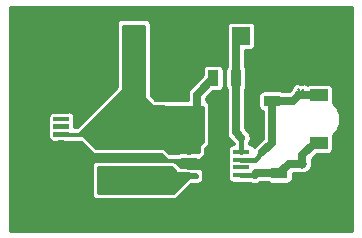
<source format=gbr>
G04 #@! TF.FileFunction,Copper,L2,Bot,Signal*
%FSLAX46Y46*%
G04 Gerber Fmt 4.6, Leading zero omitted, Abs format (unit mm)*
G04 Created by KiCad (PCBNEW 4.1.0-alpha+201607041450+6962~46~ubuntu16.04.1-product) date Tue Jul  5 21:19:18 2016*
%MOMM*%
%LPD*%
G01*
G04 APERTURE LIST*
%ADD10C,0.500000*%
%ADD11C,0.150000*%
%ADD12R,0.889000X1.397000*%
%ADD13R,1.397000X0.889000*%
%ADD14R,1.500000X1.050000*%
%ADD15R,1.524000X1.524000*%
%ADD16R,5.500000X2.300000*%
%ADD17C,1.450000*%
%ADD18C,1.900000*%
%ADD19R,1.450000X0.450000*%
%ADD20C,0.800000*%
%ADD21C,0.700000*%
%ADD22C,0.300000*%
%ADD23C,0.400000*%
%ADD24C,0.250000*%
G04 APERTURE END LIST*
D10*
D11*
X25163780Y12214880D02*
X24858980Y12534920D01*
X25148540Y12252980D02*
X25420320Y12527300D01*
X25420320Y12222500D02*
X24851360Y12217420D01*
D12*
X16319500Y10287000D03*
X18224500Y10287000D03*
D13*
X23304500Y5397500D03*
X23304500Y3492500D03*
D14*
X26670000Y8000000D03*
X26670000Y12000000D03*
D15*
X8445500Y14478000D03*
X8445500Y17018000D03*
X10985500Y14478000D03*
X10985500Y17018000D03*
X13525500Y14478000D03*
X13525500Y17018000D03*
X20066000Y17018000D03*
X17526000Y17018000D03*
D16*
X10668000Y8719500D03*
X10668000Y4869500D03*
D17*
X4859000Y7500000D03*
X4859000Y12500000D03*
D10*
G36*
X5534000Y9800000D02*
X4184000Y9800000D01*
X4184000Y10200000D01*
X5534000Y10200000D01*
X5534000Y9800000D01*
X5534000Y9800000D01*
G37*
G36*
X5534000Y9150000D02*
X4184000Y9150000D01*
X4184000Y9550000D01*
X5534000Y9550000D01*
X5534000Y9150000D01*
X5534000Y9150000D01*
G37*
G36*
X5534000Y8500000D02*
X4184000Y8500000D01*
X4184000Y8900000D01*
X5534000Y8900000D01*
X5534000Y8500000D01*
X5534000Y8500000D01*
G37*
G36*
X5534000Y10450000D02*
X4184000Y10450000D01*
X4184000Y10850000D01*
X5534000Y10850000D01*
X5534000Y10450000D01*
X5534000Y10450000D01*
G37*
G36*
X5534000Y11100000D02*
X4184000Y11100000D01*
X4184000Y11500000D01*
X5534000Y11500000D01*
X5534000Y11100000D01*
X5534000Y11100000D01*
G37*
G36*
X3109000Y8250000D02*
X1209000Y8250000D01*
X1209000Y9750000D01*
X3109000Y9750000D01*
X3109000Y8250000D01*
X3109000Y8250000D01*
G37*
G36*
X3109000Y10250000D02*
X1209000Y10250000D01*
X1209000Y11750000D01*
X3109000Y11750000D01*
X3109000Y10250000D01*
X3109000Y10250000D01*
G37*
D18*
X2159000Y13500000D03*
X2159000Y6500000D03*
D12*
X17716500Y13462000D03*
X19621500Y13462000D03*
D13*
X22669500Y11557000D03*
X22669500Y13462000D03*
D19*
X20107000Y7198000D03*
X20107000Y6548000D03*
X20107000Y5898000D03*
X20107000Y5248000D03*
X15707000Y5248000D03*
X15707000Y5898000D03*
X15707000Y6548000D03*
X15707000Y7198000D03*
D20*
X25273000Y6223000D03*
X24955500Y12001500D03*
D21*
X16319500Y10287000D02*
X16319500Y8888500D01*
X16319500Y8888500D02*
X15707000Y8276000D01*
X15707000Y8276000D02*
X15707000Y7323001D01*
X16319500Y10287000D02*
X16319500Y12065000D01*
X16319500Y12065000D02*
X17716500Y13462000D01*
D22*
X15707000Y5898000D02*
X15707000Y6548000D01*
D21*
X18224500Y10287000D02*
X18224500Y7775498D01*
X16472003Y6023001D02*
X15707000Y6023001D01*
X18224500Y7775498D02*
X16472003Y6023001D01*
X26351500Y8000000D02*
X25273000Y6921500D01*
X25273000Y6921500D02*
X25273000Y6223000D01*
X26670000Y8000000D02*
X26351500Y8000000D01*
X25273000Y6223000D02*
X24130000Y6223000D01*
X24130000Y6223000D02*
X23304500Y5397500D01*
X21232000Y5248000D02*
X21381500Y5397500D01*
X21381500Y5397500D02*
X23304500Y5397500D01*
D23*
X20107000Y5248000D02*
X21232000Y5248000D01*
X21232000Y5248000D02*
X21254500Y5270500D01*
D21*
X26670000Y12000000D02*
X24957000Y12000000D01*
X24957000Y12000000D02*
X24955500Y12001500D01*
X22669500Y11557000D02*
X24511000Y11557000D01*
X24511000Y11557000D02*
X24955500Y12001500D01*
X21844000Y7160000D02*
X22669500Y7985500D01*
X22669500Y7985500D02*
X22669500Y11557000D01*
D23*
X20107000Y6548000D02*
X21232000Y6548000D01*
X21232000Y6548000D02*
X21844000Y7160000D01*
D21*
X20107000Y8404500D02*
X19621500Y8890000D01*
X19621500Y8890000D02*
X19621500Y13462000D01*
D23*
X20107000Y7198000D02*
X20107000Y8404500D01*
D21*
X19621500Y13462000D02*
X19621500Y16573500D01*
X19621500Y16573500D02*
X20066000Y17018000D01*
D10*
X10668000Y4869500D02*
X13918000Y4869500D01*
X14271499Y5222999D02*
X14621999Y5222999D01*
X13918000Y4869500D02*
X14271499Y5222999D01*
X14621999Y5222999D02*
X15707000Y5222999D01*
D24*
G36*
X11876500Y11811000D02*
X11886348Y11762368D01*
X11913112Y11722612D01*
X12545998Y11089726D01*
X12587349Y11062301D01*
X12634247Y11053114D01*
X14541361Y11051000D01*
X16829500Y11051000D01*
X16829500Y8052776D01*
X16548612Y7771888D01*
X16521187Y7730537D01*
X16512000Y7683500D01*
X16512000Y7190125D01*
X16432000Y7206326D01*
X14982000Y7206326D01*
X14824504Y7176691D01*
X14720864Y7110000D01*
X13958276Y7110000D01*
X13550388Y7517888D01*
X13509037Y7545313D01*
X13462000Y7554500D01*
X7798776Y7554500D01*
X6755888Y8597388D01*
X6714537Y8624813D01*
X6667500Y8634000D01*
X5126804Y8634000D01*
X5088753Y8649800D01*
X4631254Y8650199D01*
X4592049Y8634000D01*
X4316000Y8634000D01*
X4316000Y8716674D01*
X5534000Y8716674D01*
X5691496Y8746309D01*
X5720543Y8765000D01*
X6350000Y8765000D01*
X6398632Y8774848D01*
X6438388Y8801612D01*
X10057888Y12421112D01*
X10085313Y12462463D01*
X10094500Y12509500D01*
X10094500Y17909000D01*
X11876500Y17909000D01*
X11876500Y11811000D01*
X11876500Y11811000D01*
G37*
X11876500Y11811000D02*
X11886348Y11762368D01*
X11913112Y11722612D01*
X12545998Y11089726D01*
X12587349Y11062301D01*
X12634247Y11053114D01*
X14541361Y11051000D01*
X16829500Y11051000D01*
X16829500Y8052776D01*
X16548612Y7771888D01*
X16521187Y7730537D01*
X16512000Y7683500D01*
X16512000Y7190125D01*
X16432000Y7206326D01*
X14982000Y7206326D01*
X14824504Y7176691D01*
X14720864Y7110000D01*
X13958276Y7110000D01*
X13550388Y7517888D01*
X13509037Y7545313D01*
X13462000Y7554500D01*
X7798776Y7554500D01*
X6755888Y8597388D01*
X6714537Y8624813D01*
X6667500Y8634000D01*
X5126804Y8634000D01*
X5088753Y8649800D01*
X4631254Y8650199D01*
X4592049Y8634000D01*
X4316000Y8634000D01*
X4316000Y8716674D01*
X5534000Y8716674D01*
X5691496Y8746309D01*
X5720543Y8765000D01*
X6350000Y8765000D01*
X6398632Y8774848D01*
X6438388Y8801612D01*
X10057888Y12421112D01*
X10085313Y12462463D01*
X10094500Y12509500D01*
X10094500Y17909000D01*
X11876500Y17909000D01*
X11876500Y11811000D01*
G36*
X14603739Y5475985D02*
X14671389Y5370854D01*
X14813412Y5273814D01*
X14982000Y5239674D01*
X16321500Y5239674D01*
X16321500Y5078000D01*
X15684500Y5078000D01*
X15635868Y5068152D01*
X15596112Y5041388D01*
X14299224Y3744500D01*
X7999000Y3744500D01*
X7999000Y5907500D01*
X14172224Y5907500D01*
X14603739Y5475985D01*
X14603739Y5475985D01*
G37*
X14603739Y5475985D02*
X14671389Y5370854D01*
X14813412Y5273814D01*
X14982000Y5239674D01*
X16321500Y5239674D01*
X16321500Y5078000D01*
X15684500Y5078000D01*
X15635868Y5068152D01*
X15596112Y5041388D01*
X14299224Y3744500D01*
X7999000Y3744500D01*
X7999000Y5907500D01*
X14172224Y5907500D01*
X14603739Y5475985D01*
G36*
X29475000Y525000D02*
X525000Y525000D01*
X525000Y6032500D01*
X7449000Y6032500D01*
X7449000Y3619500D01*
X7478065Y3465031D01*
X7569357Y3323160D01*
X7708651Y3227984D01*
X7874000Y3194500D01*
X14351000Y3194500D01*
X14510924Y3225737D01*
X14651520Y3318980D01*
X15860540Y4528000D01*
X16446500Y4528000D01*
X16600969Y4557065D01*
X16742840Y4648357D01*
X16838016Y4787651D01*
X16871500Y4953000D01*
X16871500Y5461000D01*
X16842435Y5615469D01*
X16836900Y5624071D01*
X16835691Y5630496D01*
X16742611Y5775146D01*
X16600588Y5872186D01*
X16432000Y5906326D01*
X14982000Y5906326D01*
X14956089Y5901451D01*
X14524520Y6333020D01*
X14389349Y6424016D01*
X14224000Y6457500D01*
X7874000Y6457500D01*
X7719531Y6428435D01*
X7577660Y6337143D01*
X7482484Y6197849D01*
X7449000Y6032500D01*
X525000Y6032500D01*
X525000Y10200000D01*
X3750674Y10200000D01*
X3750674Y9800000D01*
X3775058Y9670411D01*
X3750674Y9550000D01*
X3750674Y9150000D01*
X3775058Y9020411D01*
X3750674Y8900000D01*
X3750674Y8500000D01*
X3780309Y8342504D01*
X3873389Y8197854D01*
X4015412Y8100814D01*
X4184000Y8066674D01*
X5534000Y8066674D01*
X5626079Y8084000D01*
X6491460Y8084000D01*
X7446480Y7128980D01*
X7581651Y7037984D01*
X7747000Y7004500D01*
X13285960Y7004500D01*
X13605980Y6684480D01*
X13741151Y6593484D01*
X13906500Y6560000D01*
X14881627Y6560000D01*
X14982000Y6539674D01*
X16432000Y6539674D01*
X16540023Y6560000D01*
X16637000Y6560000D01*
X16791469Y6589065D01*
X16933340Y6680357D01*
X17028516Y6819651D01*
X17062000Y6985000D01*
X17062000Y7507460D01*
X17255020Y7700480D01*
X17346016Y7835651D01*
X17379500Y8001000D01*
X17379500Y11176000D01*
X17350435Y11330469D01*
X17259143Y11472340D01*
X17119849Y11567516D01*
X17094500Y11572649D01*
X17094500Y11743984D01*
X17680690Y12330174D01*
X18161000Y12330174D01*
X18318496Y12359809D01*
X18463146Y12452889D01*
X18560186Y12594912D01*
X18594326Y12763500D01*
X18594326Y14160500D01*
X18743674Y14160500D01*
X18743674Y12763500D01*
X18773309Y12606004D01*
X18846500Y12492262D01*
X18846500Y8890000D01*
X18905493Y8593420D01*
X19073492Y8341992D01*
X19482000Y7933484D01*
X19482000Y7856326D01*
X19382000Y7856326D01*
X19224504Y7826691D01*
X19079854Y7733611D01*
X18982814Y7591588D01*
X18948674Y7423000D01*
X18948674Y6973000D01*
X18968181Y6869329D01*
X18948674Y6773000D01*
X18948674Y6323000D01*
X18968181Y6219329D01*
X18948674Y6123000D01*
X18948674Y5673000D01*
X18968181Y5569329D01*
X18948674Y5473000D01*
X18948674Y5023000D01*
X18978309Y4865504D01*
X19071389Y4720854D01*
X19213412Y4623814D01*
X19382000Y4589674D01*
X20832000Y4589674D01*
X20845338Y4592184D01*
X20935420Y4531993D01*
X21232000Y4473000D01*
X21528580Y4531993D01*
X21664033Y4622500D01*
X22336887Y4622500D01*
X22437412Y4553814D01*
X22606000Y4519674D01*
X24003000Y4519674D01*
X24160496Y4549309D01*
X24305146Y4642389D01*
X24402186Y4784412D01*
X24436326Y4953000D01*
X24436326Y5433310D01*
X24451016Y5448000D01*
X24988109Y5448000D01*
X25108177Y5398143D01*
X25436383Y5397857D01*
X25739715Y5523191D01*
X25971993Y5755065D01*
X26097857Y6058177D01*
X26098143Y6386383D01*
X26048000Y6507739D01*
X26048000Y6600484D01*
X26489190Y7041674D01*
X27420000Y7041674D01*
X27577496Y7071309D01*
X27722146Y7164389D01*
X27819186Y7306412D01*
X27853326Y7475000D01*
X27853326Y8525000D01*
X27829846Y8649783D01*
X28173894Y8993231D01*
X28444691Y9645382D01*
X28445307Y10351520D01*
X28175649Y11004143D01*
X27828415Y11351984D01*
X27853326Y11475000D01*
X27853326Y12525000D01*
X27823691Y12682496D01*
X27730611Y12827146D01*
X27588588Y12924186D01*
X27420000Y12958326D01*
X25920000Y12958326D01*
X25762504Y12928691D01*
X25732030Y12909082D01*
X25609511Y12990125D01*
X25417994Y13027294D01*
X25226832Y12988345D01*
X25145127Y12933200D01*
X25061528Y12992057D01*
X24871171Y13034771D01*
X24678959Y13001388D01*
X24514152Y12896989D01*
X24401843Y12737468D01*
X24366291Y12579028D01*
X24256507Y12469435D01*
X24206152Y12348168D01*
X24189984Y12332000D01*
X23637113Y12332000D01*
X23536588Y12400686D01*
X23368000Y12434826D01*
X21971000Y12434826D01*
X21813504Y12405191D01*
X21668854Y12312111D01*
X21571814Y12170088D01*
X21537674Y12001500D01*
X21537674Y11112500D01*
X21567309Y10955004D01*
X21660389Y10810354D01*
X21802412Y10713314D01*
X21894500Y10694666D01*
X21894500Y8306516D01*
X21295992Y7708008D01*
X21223475Y7599479D01*
X21142611Y7725146D01*
X21000588Y7822186D01*
X20832000Y7856326D01*
X20732000Y7856326D01*
X20732000Y7971719D01*
X20823007Y8107920D01*
X20882001Y8404500D01*
X20823007Y8701079D01*
X20655008Y8952508D01*
X20396500Y9211016D01*
X20396500Y12494387D01*
X20465186Y12594912D01*
X20499326Y12763500D01*
X20499326Y14160500D01*
X20469691Y14317996D01*
X20396500Y14431738D01*
X20396500Y15822674D01*
X20828000Y15822674D01*
X20985496Y15852309D01*
X21130146Y15945389D01*
X21227186Y16087412D01*
X21261326Y16256000D01*
X21261326Y17780000D01*
X21231691Y17937496D01*
X21138611Y18082146D01*
X20996588Y18179186D01*
X20828000Y18213326D01*
X19304000Y18213326D01*
X19146504Y18183691D01*
X19001854Y18090611D01*
X18904814Y17948588D01*
X18870674Y17780000D01*
X18870674Y16695032D01*
X18846500Y16573500D01*
X18846500Y14429613D01*
X18777814Y14329088D01*
X18743674Y14160500D01*
X18594326Y14160500D01*
X18564691Y14317996D01*
X18471611Y14462646D01*
X18329588Y14559686D01*
X18161000Y14593826D01*
X17272000Y14593826D01*
X17114504Y14564191D01*
X16969854Y14471111D01*
X16872814Y14329088D01*
X16838674Y14160500D01*
X16838674Y13680190D01*
X15771492Y12613008D01*
X15603493Y12361580D01*
X15544500Y12065000D01*
X15544500Y11601000D01*
X14541971Y11601000D01*
X12810621Y11602919D01*
X12426500Y11987040D01*
X12426500Y18034000D01*
X12397435Y18188469D01*
X12306143Y18330340D01*
X12166849Y18425516D01*
X12001500Y18459000D01*
X9969500Y18459000D01*
X9815031Y18429935D01*
X9673160Y18338643D01*
X9577984Y18199349D01*
X9544500Y18034000D01*
X9544500Y12685540D01*
X6173960Y9315000D01*
X5967326Y9315000D01*
X5967326Y9550000D01*
X5942942Y9679589D01*
X5967326Y9800000D01*
X5967326Y10200000D01*
X5937691Y10357496D01*
X5844611Y10502146D01*
X5702588Y10599186D01*
X5534000Y10633326D01*
X4184000Y10633326D01*
X4026504Y10603691D01*
X3881854Y10510611D01*
X3784814Y10368588D01*
X3750674Y10200000D01*
X525000Y10200000D01*
X525000Y19475000D01*
X29475000Y19475000D01*
X29475000Y525000D01*
X29475000Y525000D01*
G37*
X29475000Y525000D02*
X525000Y525000D01*
X525000Y6032500D01*
X7449000Y6032500D01*
X7449000Y3619500D01*
X7478065Y3465031D01*
X7569357Y3323160D01*
X7708651Y3227984D01*
X7874000Y3194500D01*
X14351000Y3194500D01*
X14510924Y3225737D01*
X14651520Y3318980D01*
X15860540Y4528000D01*
X16446500Y4528000D01*
X16600969Y4557065D01*
X16742840Y4648357D01*
X16838016Y4787651D01*
X16871500Y4953000D01*
X16871500Y5461000D01*
X16842435Y5615469D01*
X16836900Y5624071D01*
X16835691Y5630496D01*
X16742611Y5775146D01*
X16600588Y5872186D01*
X16432000Y5906326D01*
X14982000Y5906326D01*
X14956089Y5901451D01*
X14524520Y6333020D01*
X14389349Y6424016D01*
X14224000Y6457500D01*
X7874000Y6457500D01*
X7719531Y6428435D01*
X7577660Y6337143D01*
X7482484Y6197849D01*
X7449000Y6032500D01*
X525000Y6032500D01*
X525000Y10200000D01*
X3750674Y10200000D01*
X3750674Y9800000D01*
X3775058Y9670411D01*
X3750674Y9550000D01*
X3750674Y9150000D01*
X3775058Y9020411D01*
X3750674Y8900000D01*
X3750674Y8500000D01*
X3780309Y8342504D01*
X3873389Y8197854D01*
X4015412Y8100814D01*
X4184000Y8066674D01*
X5534000Y8066674D01*
X5626079Y8084000D01*
X6491460Y8084000D01*
X7446480Y7128980D01*
X7581651Y7037984D01*
X7747000Y7004500D01*
X13285960Y7004500D01*
X13605980Y6684480D01*
X13741151Y6593484D01*
X13906500Y6560000D01*
X14881627Y6560000D01*
X14982000Y6539674D01*
X16432000Y6539674D01*
X16540023Y6560000D01*
X16637000Y6560000D01*
X16791469Y6589065D01*
X16933340Y6680357D01*
X17028516Y6819651D01*
X17062000Y6985000D01*
X17062000Y7507460D01*
X17255020Y7700480D01*
X17346016Y7835651D01*
X17379500Y8001000D01*
X17379500Y11176000D01*
X17350435Y11330469D01*
X17259143Y11472340D01*
X17119849Y11567516D01*
X17094500Y11572649D01*
X17094500Y11743984D01*
X17680690Y12330174D01*
X18161000Y12330174D01*
X18318496Y12359809D01*
X18463146Y12452889D01*
X18560186Y12594912D01*
X18594326Y12763500D01*
X18594326Y14160500D01*
X18743674Y14160500D01*
X18743674Y12763500D01*
X18773309Y12606004D01*
X18846500Y12492262D01*
X18846500Y8890000D01*
X18905493Y8593420D01*
X19073492Y8341992D01*
X19482000Y7933484D01*
X19482000Y7856326D01*
X19382000Y7856326D01*
X19224504Y7826691D01*
X19079854Y7733611D01*
X18982814Y7591588D01*
X18948674Y7423000D01*
X18948674Y6973000D01*
X18968181Y6869329D01*
X18948674Y6773000D01*
X18948674Y6323000D01*
X18968181Y6219329D01*
X18948674Y6123000D01*
X18948674Y5673000D01*
X18968181Y5569329D01*
X18948674Y5473000D01*
X18948674Y5023000D01*
X18978309Y4865504D01*
X19071389Y4720854D01*
X19213412Y4623814D01*
X19382000Y4589674D01*
X20832000Y4589674D01*
X20845338Y4592184D01*
X20935420Y4531993D01*
X21232000Y4473000D01*
X21528580Y4531993D01*
X21664033Y4622500D01*
X22336887Y4622500D01*
X22437412Y4553814D01*
X22606000Y4519674D01*
X24003000Y4519674D01*
X24160496Y4549309D01*
X24305146Y4642389D01*
X24402186Y4784412D01*
X24436326Y4953000D01*
X24436326Y5433310D01*
X24451016Y5448000D01*
X24988109Y5448000D01*
X25108177Y5398143D01*
X25436383Y5397857D01*
X25739715Y5523191D01*
X25971993Y5755065D01*
X26097857Y6058177D01*
X26098143Y6386383D01*
X26048000Y6507739D01*
X26048000Y6600484D01*
X26489190Y7041674D01*
X27420000Y7041674D01*
X27577496Y7071309D01*
X27722146Y7164389D01*
X27819186Y7306412D01*
X27853326Y7475000D01*
X27853326Y8525000D01*
X27829846Y8649783D01*
X28173894Y8993231D01*
X28444691Y9645382D01*
X28445307Y10351520D01*
X28175649Y11004143D01*
X27828415Y11351984D01*
X27853326Y11475000D01*
X27853326Y12525000D01*
X27823691Y12682496D01*
X27730611Y12827146D01*
X27588588Y12924186D01*
X27420000Y12958326D01*
X25920000Y12958326D01*
X25762504Y12928691D01*
X25732030Y12909082D01*
X25609511Y12990125D01*
X25417994Y13027294D01*
X25226832Y12988345D01*
X25145127Y12933200D01*
X25061528Y12992057D01*
X24871171Y13034771D01*
X24678959Y13001388D01*
X24514152Y12896989D01*
X24401843Y12737468D01*
X24366291Y12579028D01*
X24256507Y12469435D01*
X24206152Y12348168D01*
X24189984Y12332000D01*
X23637113Y12332000D01*
X23536588Y12400686D01*
X23368000Y12434826D01*
X21971000Y12434826D01*
X21813504Y12405191D01*
X21668854Y12312111D01*
X21571814Y12170088D01*
X21537674Y12001500D01*
X21537674Y11112500D01*
X21567309Y10955004D01*
X21660389Y10810354D01*
X21802412Y10713314D01*
X21894500Y10694666D01*
X21894500Y8306516D01*
X21295992Y7708008D01*
X21223475Y7599479D01*
X21142611Y7725146D01*
X21000588Y7822186D01*
X20832000Y7856326D01*
X20732000Y7856326D01*
X20732000Y7971719D01*
X20823007Y8107920D01*
X20882001Y8404500D01*
X20823007Y8701079D01*
X20655008Y8952508D01*
X20396500Y9211016D01*
X20396500Y12494387D01*
X20465186Y12594912D01*
X20499326Y12763500D01*
X20499326Y14160500D01*
X20469691Y14317996D01*
X20396500Y14431738D01*
X20396500Y15822674D01*
X20828000Y15822674D01*
X20985496Y15852309D01*
X21130146Y15945389D01*
X21227186Y16087412D01*
X21261326Y16256000D01*
X21261326Y17780000D01*
X21231691Y17937496D01*
X21138611Y18082146D01*
X20996588Y18179186D01*
X20828000Y18213326D01*
X19304000Y18213326D01*
X19146504Y18183691D01*
X19001854Y18090611D01*
X18904814Y17948588D01*
X18870674Y17780000D01*
X18870674Y16695032D01*
X18846500Y16573500D01*
X18846500Y14429613D01*
X18777814Y14329088D01*
X18743674Y14160500D01*
X18594326Y14160500D01*
X18564691Y14317996D01*
X18471611Y14462646D01*
X18329588Y14559686D01*
X18161000Y14593826D01*
X17272000Y14593826D01*
X17114504Y14564191D01*
X16969854Y14471111D01*
X16872814Y14329088D01*
X16838674Y14160500D01*
X16838674Y13680190D01*
X15771492Y12613008D01*
X15603493Y12361580D01*
X15544500Y12065000D01*
X15544500Y11601000D01*
X14541971Y11601000D01*
X12810621Y11602919D01*
X12426500Y11987040D01*
X12426500Y18034000D01*
X12397435Y18188469D01*
X12306143Y18330340D01*
X12166849Y18425516D01*
X12001500Y18459000D01*
X9969500Y18459000D01*
X9815031Y18429935D01*
X9673160Y18338643D01*
X9577984Y18199349D01*
X9544500Y18034000D01*
X9544500Y12685540D01*
X6173960Y9315000D01*
X5967326Y9315000D01*
X5967326Y9550000D01*
X5942942Y9679589D01*
X5967326Y9800000D01*
X5967326Y10200000D01*
X5937691Y10357496D01*
X5844611Y10502146D01*
X5702588Y10599186D01*
X5534000Y10633326D01*
X4184000Y10633326D01*
X4026504Y10603691D01*
X3881854Y10510611D01*
X3784814Y10368588D01*
X3750674Y10200000D01*
X525000Y10200000D01*
X525000Y19475000D01*
X29475000Y19475000D01*
X29475000Y525000D01*
M02*

</source>
